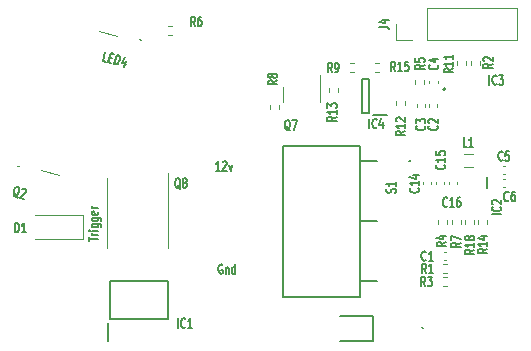
<source format=gbr>
%TF.GenerationSoftware,KiCad,Pcbnew,7.0.2*%
%TF.CreationDate,2023-08-30T02:12:12+03:00*%
%TF.ProjectId,PCBTRIGGERASSEMBLY,50434254-5249-4474-9745-52415353454d,rev?*%
%TF.SameCoordinates,Original*%
%TF.FileFunction,Legend,Top*%
%TF.FilePolarity,Positive*%
%FSLAX46Y46*%
G04 Gerber Fmt 4.6, Leading zero omitted, Abs format (unit mm)*
G04 Created by KiCad (PCBNEW 7.0.2) date 2023-08-30 02:12:12*
%MOMM*%
%LPD*%
G01*
G04 APERTURE LIST*
%ADD10C,0.150000*%
%ADD11C,0.100000*%
%ADD12C,0.120000*%
%ADD13C,0.200000*%
G04 APERTURE END LIST*
D10*
%TO.C,U2*%
X111157142Y-99920095D02*
X110814285Y-99920095D01*
X110985714Y-99920095D02*
X110985714Y-99120095D01*
X110985714Y-99120095D02*
X110928571Y-99234380D01*
X110928571Y-99234380D02*
X110871428Y-99310571D01*
X110871428Y-99310571D02*
X110814285Y-99348666D01*
X111385714Y-99196285D02*
X111414286Y-99158190D01*
X111414286Y-99158190D02*
X111471429Y-99120095D01*
X111471429Y-99120095D02*
X111614286Y-99120095D01*
X111614286Y-99120095D02*
X111671429Y-99158190D01*
X111671429Y-99158190D02*
X111700000Y-99196285D01*
X111700000Y-99196285D02*
X111728571Y-99272476D01*
X111728571Y-99272476D02*
X111728571Y-99348666D01*
X111728571Y-99348666D02*
X111700000Y-99462952D01*
X111700000Y-99462952D02*
X111357143Y-99920095D01*
X111357143Y-99920095D02*
X111728571Y-99920095D01*
X111928572Y-99386761D02*
X112071429Y-99920095D01*
X112071429Y-99920095D02*
X112214286Y-99386761D01*
%TO.C,U4*%
X111364285Y-107858190D02*
X111307143Y-107820095D01*
X111307143Y-107820095D02*
X111221428Y-107820095D01*
X111221428Y-107820095D02*
X111135714Y-107858190D01*
X111135714Y-107858190D02*
X111078571Y-107934380D01*
X111078571Y-107934380D02*
X111050000Y-108010571D01*
X111050000Y-108010571D02*
X111021428Y-108162952D01*
X111021428Y-108162952D02*
X111021428Y-108277238D01*
X111021428Y-108277238D02*
X111050000Y-108429619D01*
X111050000Y-108429619D02*
X111078571Y-108505809D01*
X111078571Y-108505809D02*
X111135714Y-108582000D01*
X111135714Y-108582000D02*
X111221428Y-108620095D01*
X111221428Y-108620095D02*
X111278571Y-108620095D01*
X111278571Y-108620095D02*
X111364285Y-108582000D01*
X111364285Y-108582000D02*
X111392857Y-108543904D01*
X111392857Y-108543904D02*
X111392857Y-108277238D01*
X111392857Y-108277238D02*
X111278571Y-108277238D01*
X111650000Y-108086761D02*
X111650000Y-108620095D01*
X111650000Y-108162952D02*
X111678571Y-108124857D01*
X111678571Y-108124857D02*
X111735714Y-108086761D01*
X111735714Y-108086761D02*
X111821428Y-108086761D01*
X111821428Y-108086761D02*
X111878571Y-108124857D01*
X111878571Y-108124857D02*
X111907143Y-108201047D01*
X111907143Y-108201047D02*
X111907143Y-108620095D01*
X112450000Y-108620095D02*
X112450000Y-107820095D01*
X112450000Y-108582000D02*
X112392857Y-108620095D01*
X112392857Y-108620095D02*
X112278571Y-108620095D01*
X112278571Y-108620095D02*
X112221428Y-108582000D01*
X112221428Y-108582000D02*
X112192857Y-108543904D01*
X112192857Y-108543904D02*
X112164285Y-108467714D01*
X112164285Y-108467714D02*
X112164285Y-108239142D01*
X112164285Y-108239142D02*
X112192857Y-108162952D01*
X112192857Y-108162952D02*
X112221428Y-108124857D01*
X112221428Y-108124857D02*
X112278571Y-108086761D01*
X112278571Y-108086761D02*
X112392857Y-108086761D01*
X112392857Y-108086761D02*
X112450000Y-108124857D01*
%TO.C,C2*%
X129543904Y-96099999D02*
X129582000Y-96128571D01*
X129582000Y-96128571D02*
X129620095Y-96214285D01*
X129620095Y-96214285D02*
X129620095Y-96271428D01*
X129620095Y-96271428D02*
X129582000Y-96357142D01*
X129582000Y-96357142D02*
X129505809Y-96414285D01*
X129505809Y-96414285D02*
X129429619Y-96442856D01*
X129429619Y-96442856D02*
X129277238Y-96471428D01*
X129277238Y-96471428D02*
X129162952Y-96471428D01*
X129162952Y-96471428D02*
X129010571Y-96442856D01*
X129010571Y-96442856D02*
X128934380Y-96414285D01*
X128934380Y-96414285D02*
X128858190Y-96357142D01*
X128858190Y-96357142D02*
X128820095Y-96271428D01*
X128820095Y-96271428D02*
X128820095Y-96214285D01*
X128820095Y-96214285D02*
X128858190Y-96128571D01*
X128858190Y-96128571D02*
X128896285Y-96099999D01*
X128896285Y-95871428D02*
X128858190Y-95842856D01*
X128858190Y-95842856D02*
X128820095Y-95785714D01*
X128820095Y-95785714D02*
X128820095Y-95642856D01*
X128820095Y-95642856D02*
X128858190Y-95585714D01*
X128858190Y-95585714D02*
X128896285Y-95557142D01*
X128896285Y-95557142D02*
X128972476Y-95528571D01*
X128972476Y-95528571D02*
X129048666Y-95528571D01*
X129048666Y-95528571D02*
X129162952Y-95557142D01*
X129162952Y-95557142D02*
X129620095Y-95899999D01*
X129620095Y-95899999D02*
X129620095Y-95528571D01*
%TO.C,R15*%
X126014285Y-91470095D02*
X125814285Y-91089142D01*
X125671428Y-91470095D02*
X125671428Y-90670095D01*
X125671428Y-90670095D02*
X125899999Y-90670095D01*
X125899999Y-90670095D02*
X125957142Y-90708190D01*
X125957142Y-90708190D02*
X125985713Y-90746285D01*
X125985713Y-90746285D02*
X126014285Y-90822476D01*
X126014285Y-90822476D02*
X126014285Y-90936761D01*
X126014285Y-90936761D02*
X125985713Y-91012952D01*
X125985713Y-91012952D02*
X125957142Y-91051047D01*
X125957142Y-91051047D02*
X125899999Y-91089142D01*
X125899999Y-91089142D02*
X125671428Y-91089142D01*
X126585713Y-91470095D02*
X126242856Y-91470095D01*
X126414285Y-91470095D02*
X126414285Y-90670095D01*
X126414285Y-90670095D02*
X126357142Y-90784380D01*
X126357142Y-90784380D02*
X126299999Y-90860571D01*
X126299999Y-90860571D02*
X126242856Y-90898666D01*
X127128571Y-90670095D02*
X126842857Y-90670095D01*
X126842857Y-90670095D02*
X126814285Y-91051047D01*
X126814285Y-91051047D02*
X126842857Y-91012952D01*
X126842857Y-91012952D02*
X126900000Y-90974857D01*
X126900000Y-90974857D02*
X127042857Y-90974857D01*
X127042857Y-90974857D02*
X127100000Y-91012952D01*
X127100000Y-91012952D02*
X127128571Y-91051047D01*
X127128571Y-91051047D02*
X127157142Y-91127238D01*
X127157142Y-91127238D02*
X127157142Y-91317714D01*
X127157142Y-91317714D02*
X127128571Y-91393904D01*
X127128571Y-91393904D02*
X127100000Y-91432000D01*
X127100000Y-91432000D02*
X127042857Y-91470095D01*
X127042857Y-91470095D02*
X126900000Y-91470095D01*
X126900000Y-91470095D02*
X126842857Y-91432000D01*
X126842857Y-91432000D02*
X126814285Y-91393904D01*
%TO.C,R12*%
X126870095Y-96535714D02*
X126489142Y-96735714D01*
X126870095Y-96878571D02*
X126070095Y-96878571D01*
X126070095Y-96878571D02*
X126070095Y-96650000D01*
X126070095Y-96650000D02*
X126108190Y-96592857D01*
X126108190Y-96592857D02*
X126146285Y-96564286D01*
X126146285Y-96564286D02*
X126222476Y-96535714D01*
X126222476Y-96535714D02*
X126336761Y-96535714D01*
X126336761Y-96535714D02*
X126412952Y-96564286D01*
X126412952Y-96564286D02*
X126451047Y-96592857D01*
X126451047Y-96592857D02*
X126489142Y-96650000D01*
X126489142Y-96650000D02*
X126489142Y-96878571D01*
X126870095Y-95964286D02*
X126870095Y-96307143D01*
X126870095Y-96135714D02*
X126070095Y-96135714D01*
X126070095Y-96135714D02*
X126184380Y-96192857D01*
X126184380Y-96192857D02*
X126260571Y-96250000D01*
X126260571Y-96250000D02*
X126298666Y-96307143D01*
X126146285Y-95735714D02*
X126108190Y-95707142D01*
X126108190Y-95707142D02*
X126070095Y-95650000D01*
X126070095Y-95650000D02*
X126070095Y-95507142D01*
X126070095Y-95507142D02*
X126108190Y-95450000D01*
X126108190Y-95450000D02*
X126146285Y-95421428D01*
X126146285Y-95421428D02*
X126222476Y-95392857D01*
X126222476Y-95392857D02*
X126298666Y-95392857D01*
X126298666Y-95392857D02*
X126412952Y-95421428D01*
X126412952Y-95421428D02*
X126870095Y-95764285D01*
X126870095Y-95764285D02*
X126870095Y-95392857D01*
%TO.C,Q8*%
X107807857Y-101441285D02*
X107750714Y-101403190D01*
X107750714Y-101403190D02*
X107693571Y-101327000D01*
X107693571Y-101327000D02*
X107607857Y-101212714D01*
X107607857Y-101212714D02*
X107550714Y-101174619D01*
X107550714Y-101174619D02*
X107493571Y-101174619D01*
X107522142Y-101365095D02*
X107465000Y-101327000D01*
X107465000Y-101327000D02*
X107407857Y-101250809D01*
X107407857Y-101250809D02*
X107379285Y-101098428D01*
X107379285Y-101098428D02*
X107379285Y-100831761D01*
X107379285Y-100831761D02*
X107407857Y-100679380D01*
X107407857Y-100679380D02*
X107465000Y-100603190D01*
X107465000Y-100603190D02*
X107522142Y-100565095D01*
X107522142Y-100565095D02*
X107636428Y-100565095D01*
X107636428Y-100565095D02*
X107693571Y-100603190D01*
X107693571Y-100603190D02*
X107750714Y-100679380D01*
X107750714Y-100679380D02*
X107779285Y-100831761D01*
X107779285Y-100831761D02*
X107779285Y-101098428D01*
X107779285Y-101098428D02*
X107750714Y-101250809D01*
X107750714Y-101250809D02*
X107693571Y-101327000D01*
X107693571Y-101327000D02*
X107636428Y-101365095D01*
X107636428Y-101365095D02*
X107522142Y-101365095D01*
X108122142Y-100907952D02*
X108064999Y-100869857D01*
X108064999Y-100869857D02*
X108036428Y-100831761D01*
X108036428Y-100831761D02*
X108007856Y-100755571D01*
X108007856Y-100755571D02*
X108007856Y-100717476D01*
X108007856Y-100717476D02*
X108036428Y-100641285D01*
X108036428Y-100641285D02*
X108064999Y-100603190D01*
X108064999Y-100603190D02*
X108122142Y-100565095D01*
X108122142Y-100565095D02*
X108236428Y-100565095D01*
X108236428Y-100565095D02*
X108293571Y-100603190D01*
X108293571Y-100603190D02*
X108322142Y-100641285D01*
X108322142Y-100641285D02*
X108350713Y-100717476D01*
X108350713Y-100717476D02*
X108350713Y-100755571D01*
X108350713Y-100755571D02*
X108322142Y-100831761D01*
X108322142Y-100831761D02*
X108293571Y-100869857D01*
X108293571Y-100869857D02*
X108236428Y-100907952D01*
X108236428Y-100907952D02*
X108122142Y-100907952D01*
X108122142Y-100907952D02*
X108064999Y-100946047D01*
X108064999Y-100946047D02*
X108036428Y-100984142D01*
X108036428Y-100984142D02*
X108007856Y-101060333D01*
X108007856Y-101060333D02*
X108007856Y-101212714D01*
X108007856Y-101212714D02*
X108036428Y-101288904D01*
X108036428Y-101288904D02*
X108064999Y-101327000D01*
X108064999Y-101327000D02*
X108122142Y-101365095D01*
X108122142Y-101365095D02*
X108236428Y-101365095D01*
X108236428Y-101365095D02*
X108293571Y-101327000D01*
X108293571Y-101327000D02*
X108322142Y-101288904D01*
X108322142Y-101288904D02*
X108350713Y-101212714D01*
X108350713Y-101212714D02*
X108350713Y-101060333D01*
X108350713Y-101060333D02*
X108322142Y-100984142D01*
X108322142Y-100984142D02*
X108293571Y-100946047D01*
X108293571Y-100946047D02*
X108236428Y-100907952D01*
%TO.C,D1*%
X93807143Y-105120095D02*
X93807143Y-104320095D01*
X93807143Y-104320095D02*
X93950000Y-104320095D01*
X93950000Y-104320095D02*
X94035714Y-104358190D01*
X94035714Y-104358190D02*
X94092857Y-104434380D01*
X94092857Y-104434380D02*
X94121428Y-104510571D01*
X94121428Y-104510571D02*
X94150000Y-104662952D01*
X94150000Y-104662952D02*
X94150000Y-104777238D01*
X94150000Y-104777238D02*
X94121428Y-104929619D01*
X94121428Y-104929619D02*
X94092857Y-105005809D01*
X94092857Y-105005809D02*
X94035714Y-105082000D01*
X94035714Y-105082000D02*
X93950000Y-105120095D01*
X93950000Y-105120095D02*
X93807143Y-105120095D01*
X94721428Y-105120095D02*
X94378571Y-105120095D01*
X94550000Y-105120095D02*
X94550000Y-104320095D01*
X94550000Y-104320095D02*
X94492857Y-104434380D01*
X94492857Y-104434380D02*
X94435714Y-104510571D01*
X94435714Y-104510571D02*
X94378571Y-104548666D01*
%TO.C,C1*%
X128600000Y-107443904D02*
X128571428Y-107482000D01*
X128571428Y-107482000D02*
X128485714Y-107520095D01*
X128485714Y-107520095D02*
X128428571Y-107520095D01*
X128428571Y-107520095D02*
X128342857Y-107482000D01*
X128342857Y-107482000D02*
X128285714Y-107405809D01*
X128285714Y-107405809D02*
X128257143Y-107329619D01*
X128257143Y-107329619D02*
X128228571Y-107177238D01*
X128228571Y-107177238D02*
X128228571Y-107062952D01*
X128228571Y-107062952D02*
X128257143Y-106910571D01*
X128257143Y-106910571D02*
X128285714Y-106834380D01*
X128285714Y-106834380D02*
X128342857Y-106758190D01*
X128342857Y-106758190D02*
X128428571Y-106720095D01*
X128428571Y-106720095D02*
X128485714Y-106720095D01*
X128485714Y-106720095D02*
X128571428Y-106758190D01*
X128571428Y-106758190D02*
X128600000Y-106796285D01*
X129171428Y-107520095D02*
X128828571Y-107520095D01*
X129000000Y-107520095D02*
X129000000Y-106720095D01*
X129000000Y-106720095D02*
X128942857Y-106834380D01*
X128942857Y-106834380D02*
X128885714Y-106910571D01*
X128885714Y-106910571D02*
X128828571Y-106948666D01*
%TO.C,R7*%
X131570095Y-105999999D02*
X131189142Y-106199999D01*
X131570095Y-106342856D02*
X130770095Y-106342856D01*
X130770095Y-106342856D02*
X130770095Y-106114285D01*
X130770095Y-106114285D02*
X130808190Y-106057142D01*
X130808190Y-106057142D02*
X130846285Y-106028571D01*
X130846285Y-106028571D02*
X130922476Y-105999999D01*
X130922476Y-105999999D02*
X131036761Y-105999999D01*
X131036761Y-105999999D02*
X131112952Y-106028571D01*
X131112952Y-106028571D02*
X131151047Y-106057142D01*
X131151047Y-106057142D02*
X131189142Y-106114285D01*
X131189142Y-106114285D02*
X131189142Y-106342856D01*
X130770095Y-105799999D02*
X130770095Y-105399999D01*
X130770095Y-105399999D02*
X131570095Y-105657142D01*
%TO.C,Q2*%
X94029296Y-102216289D02*
X93983961Y-102164702D01*
X93983961Y-102164702D02*
X93948484Y-102076318D01*
X93948484Y-102076318D02*
X93895270Y-101943742D01*
X93895270Y-101943742D02*
X93849934Y-101892155D01*
X93849934Y-101892155D02*
X93794738Y-101877365D01*
X93773037Y-102068746D02*
X93727701Y-102017159D01*
X93727701Y-102017159D02*
X93692225Y-101928775D01*
X93692225Y-101928775D02*
X93704066Y-101774192D01*
X93704066Y-101774192D02*
X93773085Y-101516612D01*
X93773085Y-101516612D02*
X93840122Y-101376818D01*
X93840122Y-101376818D02*
X93915037Y-101318013D01*
X93915037Y-101318013D02*
X93980092Y-101296005D01*
X93980092Y-101296005D02*
X94090484Y-101325585D01*
X94090484Y-101325585D02*
X94135820Y-101377172D01*
X94135820Y-101377172D02*
X94171296Y-101465556D01*
X94171296Y-101465556D02*
X94159455Y-101620139D01*
X94159455Y-101620139D02*
X94090437Y-101877719D01*
X94090437Y-101877719D02*
X94023400Y-102017513D01*
X94023400Y-102017513D02*
X93948484Y-102076318D01*
X93948484Y-102076318D02*
X93883429Y-102098325D01*
X93883429Y-102098325D02*
X93773037Y-102068746D01*
X94429536Y-101495312D02*
X94466994Y-101465909D01*
X94466994Y-101465909D02*
X94532050Y-101443902D01*
X94532050Y-101443902D02*
X94670039Y-101480876D01*
X94670039Y-101480876D02*
X94715375Y-101532463D01*
X94715375Y-101532463D02*
X94733113Y-101576655D01*
X94733113Y-101576655D02*
X94740992Y-101657644D01*
X94740992Y-101657644D02*
X94721272Y-101731238D01*
X94721272Y-101731238D02*
X94664095Y-101834235D01*
X94664095Y-101834235D02*
X94214603Y-102187063D01*
X94214603Y-102187063D02*
X94573375Y-102283196D01*
%TO.C,IC1*%
X107614286Y-113220095D02*
X107614286Y-112420095D01*
X108242857Y-113143904D02*
X108214285Y-113182000D01*
X108214285Y-113182000D02*
X108128571Y-113220095D01*
X108128571Y-113220095D02*
X108071428Y-113220095D01*
X108071428Y-113220095D02*
X107985714Y-113182000D01*
X107985714Y-113182000D02*
X107928571Y-113105809D01*
X107928571Y-113105809D02*
X107900000Y-113029619D01*
X107900000Y-113029619D02*
X107871428Y-112877238D01*
X107871428Y-112877238D02*
X107871428Y-112762952D01*
X107871428Y-112762952D02*
X107900000Y-112610571D01*
X107900000Y-112610571D02*
X107928571Y-112534380D01*
X107928571Y-112534380D02*
X107985714Y-112458190D01*
X107985714Y-112458190D02*
X108071428Y-112420095D01*
X108071428Y-112420095D02*
X108128571Y-112420095D01*
X108128571Y-112420095D02*
X108214285Y-112458190D01*
X108214285Y-112458190D02*
X108242857Y-112496285D01*
X108814285Y-113220095D02*
X108471428Y-113220095D01*
X108642857Y-113220095D02*
X108642857Y-112420095D01*
X108642857Y-112420095D02*
X108585714Y-112534380D01*
X108585714Y-112534380D02*
X108528571Y-112610571D01*
X108528571Y-112610571D02*
X108471428Y-112648666D01*
%TO.C,R3*%
X128550000Y-109670095D02*
X128350000Y-109289142D01*
X128207143Y-109670095D02*
X128207143Y-108870095D01*
X128207143Y-108870095D02*
X128435714Y-108870095D01*
X128435714Y-108870095D02*
X128492857Y-108908190D01*
X128492857Y-108908190D02*
X128521428Y-108946285D01*
X128521428Y-108946285D02*
X128550000Y-109022476D01*
X128550000Y-109022476D02*
X128550000Y-109136761D01*
X128550000Y-109136761D02*
X128521428Y-109212952D01*
X128521428Y-109212952D02*
X128492857Y-109251047D01*
X128492857Y-109251047D02*
X128435714Y-109289142D01*
X128435714Y-109289142D02*
X128207143Y-109289142D01*
X128750000Y-108870095D02*
X129121428Y-108870095D01*
X129121428Y-108870095D02*
X128921428Y-109174857D01*
X128921428Y-109174857D02*
X129007143Y-109174857D01*
X129007143Y-109174857D02*
X129064286Y-109212952D01*
X129064286Y-109212952D02*
X129092857Y-109251047D01*
X129092857Y-109251047D02*
X129121428Y-109327238D01*
X129121428Y-109327238D02*
X129121428Y-109517714D01*
X129121428Y-109517714D02*
X129092857Y-109593904D01*
X129092857Y-109593904D02*
X129064286Y-109632000D01*
X129064286Y-109632000D02*
X129007143Y-109670095D01*
X129007143Y-109670095D02*
X128835714Y-109670095D01*
X128835714Y-109670095D02*
X128778571Y-109632000D01*
X128778571Y-109632000D02*
X128750000Y-109593904D01*
%TO.C,Q7*%
X117092857Y-96496285D02*
X117035714Y-96458190D01*
X117035714Y-96458190D02*
X116978571Y-96382000D01*
X116978571Y-96382000D02*
X116892857Y-96267714D01*
X116892857Y-96267714D02*
X116835714Y-96229619D01*
X116835714Y-96229619D02*
X116778571Y-96229619D01*
X116807142Y-96420095D02*
X116750000Y-96382000D01*
X116750000Y-96382000D02*
X116692857Y-96305809D01*
X116692857Y-96305809D02*
X116664285Y-96153428D01*
X116664285Y-96153428D02*
X116664285Y-95886761D01*
X116664285Y-95886761D02*
X116692857Y-95734380D01*
X116692857Y-95734380D02*
X116750000Y-95658190D01*
X116750000Y-95658190D02*
X116807142Y-95620095D01*
X116807142Y-95620095D02*
X116921428Y-95620095D01*
X116921428Y-95620095D02*
X116978571Y-95658190D01*
X116978571Y-95658190D02*
X117035714Y-95734380D01*
X117035714Y-95734380D02*
X117064285Y-95886761D01*
X117064285Y-95886761D02*
X117064285Y-96153428D01*
X117064285Y-96153428D02*
X117035714Y-96305809D01*
X117035714Y-96305809D02*
X116978571Y-96382000D01*
X116978571Y-96382000D02*
X116921428Y-96420095D01*
X116921428Y-96420095D02*
X116807142Y-96420095D01*
X117264285Y-95620095D02*
X117664285Y-95620095D01*
X117664285Y-95620095D02*
X117407142Y-96420095D01*
%TO.C,R1*%
X128610000Y-108570095D02*
X128410000Y-108189142D01*
X128267143Y-108570095D02*
X128267143Y-107770095D01*
X128267143Y-107770095D02*
X128495714Y-107770095D01*
X128495714Y-107770095D02*
X128552857Y-107808190D01*
X128552857Y-107808190D02*
X128581428Y-107846285D01*
X128581428Y-107846285D02*
X128610000Y-107922476D01*
X128610000Y-107922476D02*
X128610000Y-108036761D01*
X128610000Y-108036761D02*
X128581428Y-108112952D01*
X128581428Y-108112952D02*
X128552857Y-108151047D01*
X128552857Y-108151047D02*
X128495714Y-108189142D01*
X128495714Y-108189142D02*
X128267143Y-108189142D01*
X129181428Y-108570095D02*
X128838571Y-108570095D01*
X129010000Y-108570095D02*
X129010000Y-107770095D01*
X129010000Y-107770095D02*
X128952857Y-107884380D01*
X128952857Y-107884380D02*
X128895714Y-107960571D01*
X128895714Y-107960571D02*
X128838571Y-107998666D01*
%TO.C,J4*%
X124640095Y-87700000D02*
X125211523Y-87700000D01*
X125211523Y-87700000D02*
X125325809Y-87728571D01*
X125325809Y-87728571D02*
X125402000Y-87785714D01*
X125402000Y-87785714D02*
X125440095Y-87871428D01*
X125440095Y-87871428D02*
X125440095Y-87928571D01*
X124906761Y-87157143D02*
X125440095Y-87157143D01*
X124602000Y-87300000D02*
X125173428Y-87442857D01*
X125173428Y-87442857D02*
X125173428Y-87071428D01*
%TO.C,R8*%
X116020095Y-92249999D02*
X115639142Y-92449999D01*
X116020095Y-92592856D02*
X115220095Y-92592856D01*
X115220095Y-92592856D02*
X115220095Y-92364285D01*
X115220095Y-92364285D02*
X115258190Y-92307142D01*
X115258190Y-92307142D02*
X115296285Y-92278571D01*
X115296285Y-92278571D02*
X115372476Y-92249999D01*
X115372476Y-92249999D02*
X115486761Y-92249999D01*
X115486761Y-92249999D02*
X115562952Y-92278571D01*
X115562952Y-92278571D02*
X115601047Y-92307142D01*
X115601047Y-92307142D02*
X115639142Y-92364285D01*
X115639142Y-92364285D02*
X115639142Y-92592856D01*
X115562952Y-91907142D02*
X115524857Y-91964285D01*
X115524857Y-91964285D02*
X115486761Y-91992856D01*
X115486761Y-91992856D02*
X115410571Y-92021428D01*
X115410571Y-92021428D02*
X115372476Y-92021428D01*
X115372476Y-92021428D02*
X115296285Y-91992856D01*
X115296285Y-91992856D02*
X115258190Y-91964285D01*
X115258190Y-91964285D02*
X115220095Y-91907142D01*
X115220095Y-91907142D02*
X115220095Y-91792856D01*
X115220095Y-91792856D02*
X115258190Y-91735714D01*
X115258190Y-91735714D02*
X115296285Y-91707142D01*
X115296285Y-91707142D02*
X115372476Y-91678571D01*
X115372476Y-91678571D02*
X115410571Y-91678571D01*
X115410571Y-91678571D02*
X115486761Y-91707142D01*
X115486761Y-91707142D02*
X115524857Y-91735714D01*
X115524857Y-91735714D02*
X115562952Y-91792856D01*
X115562952Y-91792856D02*
X115562952Y-91907142D01*
X115562952Y-91907142D02*
X115601047Y-91964285D01*
X115601047Y-91964285D02*
X115639142Y-91992856D01*
X115639142Y-91992856D02*
X115715333Y-92021428D01*
X115715333Y-92021428D02*
X115867714Y-92021428D01*
X115867714Y-92021428D02*
X115943904Y-91992856D01*
X115943904Y-91992856D02*
X115982000Y-91964285D01*
X115982000Y-91964285D02*
X116020095Y-91907142D01*
X116020095Y-91907142D02*
X116020095Y-91792856D01*
X116020095Y-91792856D02*
X115982000Y-91735714D01*
X115982000Y-91735714D02*
X115943904Y-91707142D01*
X115943904Y-91707142D02*
X115867714Y-91678571D01*
X115867714Y-91678571D02*
X115715333Y-91678571D01*
X115715333Y-91678571D02*
X115639142Y-91707142D01*
X115639142Y-91707142D02*
X115601047Y-91735714D01*
X115601047Y-91735714D02*
X115562952Y-91792856D01*
%TO.C,C6*%
X135600000Y-102393904D02*
X135571428Y-102432000D01*
X135571428Y-102432000D02*
X135485714Y-102470095D01*
X135485714Y-102470095D02*
X135428571Y-102470095D01*
X135428571Y-102470095D02*
X135342857Y-102432000D01*
X135342857Y-102432000D02*
X135285714Y-102355809D01*
X135285714Y-102355809D02*
X135257143Y-102279619D01*
X135257143Y-102279619D02*
X135228571Y-102127238D01*
X135228571Y-102127238D02*
X135228571Y-102012952D01*
X135228571Y-102012952D02*
X135257143Y-101860571D01*
X135257143Y-101860571D02*
X135285714Y-101784380D01*
X135285714Y-101784380D02*
X135342857Y-101708190D01*
X135342857Y-101708190D02*
X135428571Y-101670095D01*
X135428571Y-101670095D02*
X135485714Y-101670095D01*
X135485714Y-101670095D02*
X135571428Y-101708190D01*
X135571428Y-101708190D02*
X135600000Y-101746285D01*
X136114286Y-101670095D02*
X136000000Y-101670095D01*
X136000000Y-101670095D02*
X135942857Y-101708190D01*
X135942857Y-101708190D02*
X135914286Y-101746285D01*
X135914286Y-101746285D02*
X135857143Y-101860571D01*
X135857143Y-101860571D02*
X135828571Y-102012952D01*
X135828571Y-102012952D02*
X135828571Y-102317714D01*
X135828571Y-102317714D02*
X135857143Y-102393904D01*
X135857143Y-102393904D02*
X135885714Y-102432000D01*
X135885714Y-102432000D02*
X135942857Y-102470095D01*
X135942857Y-102470095D02*
X136057143Y-102470095D01*
X136057143Y-102470095D02*
X136114286Y-102432000D01*
X136114286Y-102432000D02*
X136142857Y-102393904D01*
X136142857Y-102393904D02*
X136171428Y-102317714D01*
X136171428Y-102317714D02*
X136171428Y-102127238D01*
X136171428Y-102127238D02*
X136142857Y-102051047D01*
X136142857Y-102051047D02*
X136114286Y-102012952D01*
X136114286Y-102012952D02*
X136057143Y-101974857D01*
X136057143Y-101974857D02*
X135942857Y-101974857D01*
X135942857Y-101974857D02*
X135885714Y-102012952D01*
X135885714Y-102012952D02*
X135857143Y-102051047D01*
X135857143Y-102051047D02*
X135828571Y-102127238D01*
%TO.C,C14*%
X127943904Y-101385714D02*
X127982000Y-101414286D01*
X127982000Y-101414286D02*
X128020095Y-101500000D01*
X128020095Y-101500000D02*
X128020095Y-101557143D01*
X128020095Y-101557143D02*
X127982000Y-101642857D01*
X127982000Y-101642857D02*
X127905809Y-101700000D01*
X127905809Y-101700000D02*
X127829619Y-101728571D01*
X127829619Y-101728571D02*
X127677238Y-101757143D01*
X127677238Y-101757143D02*
X127562952Y-101757143D01*
X127562952Y-101757143D02*
X127410571Y-101728571D01*
X127410571Y-101728571D02*
X127334380Y-101700000D01*
X127334380Y-101700000D02*
X127258190Y-101642857D01*
X127258190Y-101642857D02*
X127220095Y-101557143D01*
X127220095Y-101557143D02*
X127220095Y-101500000D01*
X127220095Y-101500000D02*
X127258190Y-101414286D01*
X127258190Y-101414286D02*
X127296285Y-101385714D01*
X128020095Y-100814286D02*
X128020095Y-101157143D01*
X128020095Y-100985714D02*
X127220095Y-100985714D01*
X127220095Y-100985714D02*
X127334380Y-101042857D01*
X127334380Y-101042857D02*
X127410571Y-101100000D01*
X127410571Y-101100000D02*
X127448666Y-101157143D01*
X127486761Y-100300000D02*
X128020095Y-100300000D01*
X127182000Y-100442857D02*
X127753428Y-100585714D01*
X127753428Y-100585714D02*
X127753428Y-100214285D01*
%TO.C,C3*%
X128493904Y-96099999D02*
X128532000Y-96128571D01*
X128532000Y-96128571D02*
X128570095Y-96214285D01*
X128570095Y-96214285D02*
X128570095Y-96271428D01*
X128570095Y-96271428D02*
X128532000Y-96357142D01*
X128532000Y-96357142D02*
X128455809Y-96414285D01*
X128455809Y-96414285D02*
X128379619Y-96442856D01*
X128379619Y-96442856D02*
X128227238Y-96471428D01*
X128227238Y-96471428D02*
X128112952Y-96471428D01*
X128112952Y-96471428D02*
X127960571Y-96442856D01*
X127960571Y-96442856D02*
X127884380Y-96414285D01*
X127884380Y-96414285D02*
X127808190Y-96357142D01*
X127808190Y-96357142D02*
X127770095Y-96271428D01*
X127770095Y-96271428D02*
X127770095Y-96214285D01*
X127770095Y-96214285D02*
X127808190Y-96128571D01*
X127808190Y-96128571D02*
X127846285Y-96099999D01*
X127770095Y-95899999D02*
X127770095Y-95528571D01*
X127770095Y-95528571D02*
X128074857Y-95728571D01*
X128074857Y-95728571D02*
X128074857Y-95642856D01*
X128074857Y-95642856D02*
X128112952Y-95585714D01*
X128112952Y-95585714D02*
X128151047Y-95557142D01*
X128151047Y-95557142D02*
X128227238Y-95528571D01*
X128227238Y-95528571D02*
X128417714Y-95528571D01*
X128417714Y-95528571D02*
X128493904Y-95557142D01*
X128493904Y-95557142D02*
X128532000Y-95585714D01*
X128532000Y-95585714D02*
X128570095Y-95642856D01*
X128570095Y-95642856D02*
X128570095Y-95814285D01*
X128570095Y-95814285D02*
X128532000Y-95871428D01*
X128532000Y-95871428D02*
X128493904Y-95899999D01*
%TO.C,R5*%
X128520095Y-90939999D02*
X128139142Y-91139999D01*
X128520095Y-91282856D02*
X127720095Y-91282856D01*
X127720095Y-91282856D02*
X127720095Y-91054285D01*
X127720095Y-91054285D02*
X127758190Y-90997142D01*
X127758190Y-90997142D02*
X127796285Y-90968571D01*
X127796285Y-90968571D02*
X127872476Y-90939999D01*
X127872476Y-90939999D02*
X127986761Y-90939999D01*
X127986761Y-90939999D02*
X128062952Y-90968571D01*
X128062952Y-90968571D02*
X128101047Y-90997142D01*
X128101047Y-90997142D02*
X128139142Y-91054285D01*
X128139142Y-91054285D02*
X128139142Y-91282856D01*
X127720095Y-90397142D02*
X127720095Y-90682856D01*
X127720095Y-90682856D02*
X128101047Y-90711428D01*
X128101047Y-90711428D02*
X128062952Y-90682856D01*
X128062952Y-90682856D02*
X128024857Y-90625714D01*
X128024857Y-90625714D02*
X128024857Y-90482856D01*
X128024857Y-90482856D02*
X128062952Y-90425714D01*
X128062952Y-90425714D02*
X128101047Y-90397142D01*
X128101047Y-90397142D02*
X128177238Y-90368571D01*
X128177238Y-90368571D02*
X128367714Y-90368571D01*
X128367714Y-90368571D02*
X128443904Y-90397142D01*
X128443904Y-90397142D02*
X128482000Y-90425714D01*
X128482000Y-90425714D02*
X128520095Y-90482856D01*
X128520095Y-90482856D02*
X128520095Y-90625714D01*
X128520095Y-90625714D02*
X128482000Y-90682856D01*
X128482000Y-90682856D02*
X128443904Y-90711428D01*
%TO.C,R11*%
X130920095Y-91235714D02*
X130539142Y-91435714D01*
X130920095Y-91578571D02*
X130120095Y-91578571D01*
X130120095Y-91578571D02*
X130120095Y-91350000D01*
X130120095Y-91350000D02*
X130158190Y-91292857D01*
X130158190Y-91292857D02*
X130196285Y-91264286D01*
X130196285Y-91264286D02*
X130272476Y-91235714D01*
X130272476Y-91235714D02*
X130386761Y-91235714D01*
X130386761Y-91235714D02*
X130462952Y-91264286D01*
X130462952Y-91264286D02*
X130501047Y-91292857D01*
X130501047Y-91292857D02*
X130539142Y-91350000D01*
X130539142Y-91350000D02*
X130539142Y-91578571D01*
X130920095Y-90664286D02*
X130920095Y-91007143D01*
X130920095Y-90835714D02*
X130120095Y-90835714D01*
X130120095Y-90835714D02*
X130234380Y-90892857D01*
X130234380Y-90892857D02*
X130310571Y-90950000D01*
X130310571Y-90950000D02*
X130348666Y-91007143D01*
X130920095Y-90092857D02*
X130920095Y-90435714D01*
X130920095Y-90264285D02*
X130120095Y-90264285D01*
X130120095Y-90264285D02*
X130234380Y-90321428D01*
X130234380Y-90321428D02*
X130310571Y-90378571D01*
X130310571Y-90378571D02*
X130348666Y-90435714D01*
%TO.C,R14*%
X133820095Y-106535714D02*
X133439142Y-106735714D01*
X133820095Y-106878571D02*
X133020095Y-106878571D01*
X133020095Y-106878571D02*
X133020095Y-106650000D01*
X133020095Y-106650000D02*
X133058190Y-106592857D01*
X133058190Y-106592857D02*
X133096285Y-106564286D01*
X133096285Y-106564286D02*
X133172476Y-106535714D01*
X133172476Y-106535714D02*
X133286761Y-106535714D01*
X133286761Y-106535714D02*
X133362952Y-106564286D01*
X133362952Y-106564286D02*
X133401047Y-106592857D01*
X133401047Y-106592857D02*
X133439142Y-106650000D01*
X133439142Y-106650000D02*
X133439142Y-106878571D01*
X133820095Y-105964286D02*
X133820095Y-106307143D01*
X133820095Y-106135714D02*
X133020095Y-106135714D01*
X133020095Y-106135714D02*
X133134380Y-106192857D01*
X133134380Y-106192857D02*
X133210571Y-106250000D01*
X133210571Y-106250000D02*
X133248666Y-106307143D01*
X133286761Y-105450000D02*
X133820095Y-105450000D01*
X132982000Y-105592857D02*
X133553428Y-105735714D01*
X133553428Y-105735714D02*
X133553428Y-105364285D01*
%TO.C,R2*%
X134270095Y-90849999D02*
X133889142Y-91049999D01*
X134270095Y-91192856D02*
X133470095Y-91192856D01*
X133470095Y-91192856D02*
X133470095Y-90964285D01*
X133470095Y-90964285D02*
X133508190Y-90907142D01*
X133508190Y-90907142D02*
X133546285Y-90878571D01*
X133546285Y-90878571D02*
X133622476Y-90849999D01*
X133622476Y-90849999D02*
X133736761Y-90849999D01*
X133736761Y-90849999D02*
X133812952Y-90878571D01*
X133812952Y-90878571D02*
X133851047Y-90907142D01*
X133851047Y-90907142D02*
X133889142Y-90964285D01*
X133889142Y-90964285D02*
X133889142Y-91192856D01*
X133546285Y-90621428D02*
X133508190Y-90592856D01*
X133508190Y-90592856D02*
X133470095Y-90535714D01*
X133470095Y-90535714D02*
X133470095Y-90392856D01*
X133470095Y-90392856D02*
X133508190Y-90335714D01*
X133508190Y-90335714D02*
X133546285Y-90307142D01*
X133546285Y-90307142D02*
X133622476Y-90278571D01*
X133622476Y-90278571D02*
X133698666Y-90278571D01*
X133698666Y-90278571D02*
X133812952Y-90307142D01*
X133812952Y-90307142D02*
X134270095Y-90649999D01*
X134270095Y-90649999D02*
X134270095Y-90278571D01*
%TO.C,IC2*%
X134970095Y-103585713D02*
X134170095Y-103585713D01*
X134893904Y-102957142D02*
X134932000Y-102985714D01*
X134932000Y-102985714D02*
X134970095Y-103071428D01*
X134970095Y-103071428D02*
X134970095Y-103128571D01*
X134970095Y-103128571D02*
X134932000Y-103214285D01*
X134932000Y-103214285D02*
X134855809Y-103271428D01*
X134855809Y-103271428D02*
X134779619Y-103299999D01*
X134779619Y-103299999D02*
X134627238Y-103328571D01*
X134627238Y-103328571D02*
X134512952Y-103328571D01*
X134512952Y-103328571D02*
X134360571Y-103299999D01*
X134360571Y-103299999D02*
X134284380Y-103271428D01*
X134284380Y-103271428D02*
X134208190Y-103214285D01*
X134208190Y-103214285D02*
X134170095Y-103128571D01*
X134170095Y-103128571D02*
X134170095Y-103071428D01*
X134170095Y-103071428D02*
X134208190Y-102985714D01*
X134208190Y-102985714D02*
X134246285Y-102957142D01*
X134246285Y-102728571D02*
X134208190Y-102699999D01*
X134208190Y-102699999D02*
X134170095Y-102642857D01*
X134170095Y-102642857D02*
X134170095Y-102499999D01*
X134170095Y-102499999D02*
X134208190Y-102442857D01*
X134208190Y-102442857D02*
X134246285Y-102414285D01*
X134246285Y-102414285D02*
X134322476Y-102385714D01*
X134322476Y-102385714D02*
X134398666Y-102385714D01*
X134398666Y-102385714D02*
X134512952Y-102414285D01*
X134512952Y-102414285D02*
X134970095Y-102757142D01*
X134970095Y-102757142D02*
X134970095Y-102385714D01*
%TO.C,R18*%
X132720095Y-106585714D02*
X132339142Y-106785714D01*
X132720095Y-106928571D02*
X131920095Y-106928571D01*
X131920095Y-106928571D02*
X131920095Y-106700000D01*
X131920095Y-106700000D02*
X131958190Y-106642857D01*
X131958190Y-106642857D02*
X131996285Y-106614286D01*
X131996285Y-106614286D02*
X132072476Y-106585714D01*
X132072476Y-106585714D02*
X132186761Y-106585714D01*
X132186761Y-106585714D02*
X132262952Y-106614286D01*
X132262952Y-106614286D02*
X132301047Y-106642857D01*
X132301047Y-106642857D02*
X132339142Y-106700000D01*
X132339142Y-106700000D02*
X132339142Y-106928571D01*
X132720095Y-106014286D02*
X132720095Y-106357143D01*
X132720095Y-106185714D02*
X131920095Y-106185714D01*
X131920095Y-106185714D02*
X132034380Y-106242857D01*
X132034380Y-106242857D02*
X132110571Y-106300000D01*
X132110571Y-106300000D02*
X132148666Y-106357143D01*
X132262952Y-105671428D02*
X132224857Y-105728571D01*
X132224857Y-105728571D02*
X132186761Y-105757142D01*
X132186761Y-105757142D02*
X132110571Y-105785714D01*
X132110571Y-105785714D02*
X132072476Y-105785714D01*
X132072476Y-105785714D02*
X131996285Y-105757142D01*
X131996285Y-105757142D02*
X131958190Y-105728571D01*
X131958190Y-105728571D02*
X131920095Y-105671428D01*
X131920095Y-105671428D02*
X131920095Y-105557142D01*
X131920095Y-105557142D02*
X131958190Y-105500000D01*
X131958190Y-105500000D02*
X131996285Y-105471428D01*
X131996285Y-105471428D02*
X132072476Y-105442857D01*
X132072476Y-105442857D02*
X132110571Y-105442857D01*
X132110571Y-105442857D02*
X132186761Y-105471428D01*
X132186761Y-105471428D02*
X132224857Y-105500000D01*
X132224857Y-105500000D02*
X132262952Y-105557142D01*
X132262952Y-105557142D02*
X132262952Y-105671428D01*
X132262952Y-105671428D02*
X132301047Y-105728571D01*
X132301047Y-105728571D02*
X132339142Y-105757142D01*
X132339142Y-105757142D02*
X132415333Y-105785714D01*
X132415333Y-105785714D02*
X132567714Y-105785714D01*
X132567714Y-105785714D02*
X132643904Y-105757142D01*
X132643904Y-105757142D02*
X132682000Y-105728571D01*
X132682000Y-105728571D02*
X132720095Y-105671428D01*
X132720095Y-105671428D02*
X132720095Y-105557142D01*
X132720095Y-105557142D02*
X132682000Y-105500000D01*
X132682000Y-105500000D02*
X132643904Y-105471428D01*
X132643904Y-105471428D02*
X132567714Y-105442857D01*
X132567714Y-105442857D02*
X132415333Y-105442857D01*
X132415333Y-105442857D02*
X132339142Y-105471428D01*
X132339142Y-105471428D02*
X132301047Y-105500000D01*
X132301047Y-105500000D02*
X132262952Y-105557142D01*
%TO.C,C5*%
X135100000Y-98983904D02*
X135071428Y-99022000D01*
X135071428Y-99022000D02*
X134985714Y-99060095D01*
X134985714Y-99060095D02*
X134928571Y-99060095D01*
X134928571Y-99060095D02*
X134842857Y-99022000D01*
X134842857Y-99022000D02*
X134785714Y-98945809D01*
X134785714Y-98945809D02*
X134757143Y-98869619D01*
X134757143Y-98869619D02*
X134728571Y-98717238D01*
X134728571Y-98717238D02*
X134728571Y-98602952D01*
X134728571Y-98602952D02*
X134757143Y-98450571D01*
X134757143Y-98450571D02*
X134785714Y-98374380D01*
X134785714Y-98374380D02*
X134842857Y-98298190D01*
X134842857Y-98298190D02*
X134928571Y-98260095D01*
X134928571Y-98260095D02*
X134985714Y-98260095D01*
X134985714Y-98260095D02*
X135071428Y-98298190D01*
X135071428Y-98298190D02*
X135100000Y-98336285D01*
X135642857Y-98260095D02*
X135357143Y-98260095D01*
X135357143Y-98260095D02*
X135328571Y-98641047D01*
X135328571Y-98641047D02*
X135357143Y-98602952D01*
X135357143Y-98602952D02*
X135414286Y-98564857D01*
X135414286Y-98564857D02*
X135557143Y-98564857D01*
X135557143Y-98564857D02*
X135614286Y-98602952D01*
X135614286Y-98602952D02*
X135642857Y-98641047D01*
X135642857Y-98641047D02*
X135671428Y-98717238D01*
X135671428Y-98717238D02*
X135671428Y-98907714D01*
X135671428Y-98907714D02*
X135642857Y-98983904D01*
X135642857Y-98983904D02*
X135614286Y-99022000D01*
X135614286Y-99022000D02*
X135557143Y-99060095D01*
X135557143Y-99060095D02*
X135414286Y-99060095D01*
X135414286Y-99060095D02*
X135357143Y-99022000D01*
X135357143Y-99022000D02*
X135328571Y-98983904D01*
%TO.C,C4*%
X129593904Y-90939999D02*
X129632000Y-90968571D01*
X129632000Y-90968571D02*
X129670095Y-91054285D01*
X129670095Y-91054285D02*
X129670095Y-91111428D01*
X129670095Y-91111428D02*
X129632000Y-91197142D01*
X129632000Y-91197142D02*
X129555809Y-91254285D01*
X129555809Y-91254285D02*
X129479619Y-91282856D01*
X129479619Y-91282856D02*
X129327238Y-91311428D01*
X129327238Y-91311428D02*
X129212952Y-91311428D01*
X129212952Y-91311428D02*
X129060571Y-91282856D01*
X129060571Y-91282856D02*
X128984380Y-91254285D01*
X128984380Y-91254285D02*
X128908190Y-91197142D01*
X128908190Y-91197142D02*
X128870095Y-91111428D01*
X128870095Y-91111428D02*
X128870095Y-91054285D01*
X128870095Y-91054285D02*
X128908190Y-90968571D01*
X128908190Y-90968571D02*
X128946285Y-90939999D01*
X129136761Y-90425714D02*
X129670095Y-90425714D01*
X128832000Y-90568571D02*
X129403428Y-90711428D01*
X129403428Y-90711428D02*
X129403428Y-90339999D01*
%TO.C,C16*%
X130414285Y-102893904D02*
X130385713Y-102932000D01*
X130385713Y-102932000D02*
X130299999Y-102970095D01*
X130299999Y-102970095D02*
X130242856Y-102970095D01*
X130242856Y-102970095D02*
X130157142Y-102932000D01*
X130157142Y-102932000D02*
X130099999Y-102855809D01*
X130099999Y-102855809D02*
X130071428Y-102779619D01*
X130071428Y-102779619D02*
X130042856Y-102627238D01*
X130042856Y-102627238D02*
X130042856Y-102512952D01*
X130042856Y-102512952D02*
X130071428Y-102360571D01*
X130071428Y-102360571D02*
X130099999Y-102284380D01*
X130099999Y-102284380D02*
X130157142Y-102208190D01*
X130157142Y-102208190D02*
X130242856Y-102170095D01*
X130242856Y-102170095D02*
X130299999Y-102170095D01*
X130299999Y-102170095D02*
X130385713Y-102208190D01*
X130385713Y-102208190D02*
X130414285Y-102246285D01*
X130985713Y-102970095D02*
X130642856Y-102970095D01*
X130814285Y-102970095D02*
X130814285Y-102170095D01*
X130814285Y-102170095D02*
X130757142Y-102284380D01*
X130757142Y-102284380D02*
X130699999Y-102360571D01*
X130699999Y-102360571D02*
X130642856Y-102398666D01*
X131500000Y-102170095D02*
X131385714Y-102170095D01*
X131385714Y-102170095D02*
X131328571Y-102208190D01*
X131328571Y-102208190D02*
X131300000Y-102246285D01*
X131300000Y-102246285D02*
X131242857Y-102360571D01*
X131242857Y-102360571D02*
X131214285Y-102512952D01*
X131214285Y-102512952D02*
X131214285Y-102817714D01*
X131214285Y-102817714D02*
X131242857Y-102893904D01*
X131242857Y-102893904D02*
X131271428Y-102932000D01*
X131271428Y-102932000D02*
X131328571Y-102970095D01*
X131328571Y-102970095D02*
X131442857Y-102970095D01*
X131442857Y-102970095D02*
X131500000Y-102932000D01*
X131500000Y-102932000D02*
X131528571Y-102893904D01*
X131528571Y-102893904D02*
X131557142Y-102817714D01*
X131557142Y-102817714D02*
X131557142Y-102627238D01*
X131557142Y-102627238D02*
X131528571Y-102551047D01*
X131528571Y-102551047D02*
X131500000Y-102512952D01*
X131500000Y-102512952D02*
X131442857Y-102474857D01*
X131442857Y-102474857D02*
X131328571Y-102474857D01*
X131328571Y-102474857D02*
X131271428Y-102512952D01*
X131271428Y-102512952D02*
X131242857Y-102551047D01*
X131242857Y-102551047D02*
X131214285Y-102627238D01*
%TO.C,L1*%
X132100000Y-97870095D02*
X131814286Y-97870095D01*
X131814286Y-97870095D02*
X131814286Y-97070095D01*
X132614285Y-97870095D02*
X132271428Y-97870095D01*
X132442857Y-97870095D02*
X132442857Y-97070095D01*
X132442857Y-97070095D02*
X132385714Y-97184380D01*
X132385714Y-97184380D02*
X132328571Y-97260571D01*
X132328571Y-97260571D02*
X132271428Y-97298666D01*
%TO.C,R13*%
X121070095Y-95335714D02*
X120689142Y-95535714D01*
X121070095Y-95678571D02*
X120270095Y-95678571D01*
X120270095Y-95678571D02*
X120270095Y-95450000D01*
X120270095Y-95450000D02*
X120308190Y-95392857D01*
X120308190Y-95392857D02*
X120346285Y-95364286D01*
X120346285Y-95364286D02*
X120422476Y-95335714D01*
X120422476Y-95335714D02*
X120536761Y-95335714D01*
X120536761Y-95335714D02*
X120612952Y-95364286D01*
X120612952Y-95364286D02*
X120651047Y-95392857D01*
X120651047Y-95392857D02*
X120689142Y-95450000D01*
X120689142Y-95450000D02*
X120689142Y-95678571D01*
X121070095Y-94764286D02*
X121070095Y-95107143D01*
X121070095Y-94935714D02*
X120270095Y-94935714D01*
X120270095Y-94935714D02*
X120384380Y-94992857D01*
X120384380Y-94992857D02*
X120460571Y-95050000D01*
X120460571Y-95050000D02*
X120498666Y-95107143D01*
X120270095Y-94564285D02*
X120270095Y-94192857D01*
X120270095Y-94192857D02*
X120574857Y-94392857D01*
X120574857Y-94392857D02*
X120574857Y-94307142D01*
X120574857Y-94307142D02*
X120612952Y-94250000D01*
X120612952Y-94250000D02*
X120651047Y-94221428D01*
X120651047Y-94221428D02*
X120727238Y-94192857D01*
X120727238Y-94192857D02*
X120917714Y-94192857D01*
X120917714Y-94192857D02*
X120993904Y-94221428D01*
X120993904Y-94221428D02*
X121032000Y-94250000D01*
X121032000Y-94250000D02*
X121070095Y-94307142D01*
X121070095Y-94307142D02*
X121070095Y-94478571D01*
X121070095Y-94478571D02*
X121032000Y-94535714D01*
X121032000Y-94535714D02*
X120993904Y-94564285D01*
%TO.C,U3*%
X100070095Y-105885714D02*
X100070095Y-105542857D01*
X100870095Y-105714285D02*
X100070095Y-105714285D01*
X100870095Y-105342856D02*
X100336761Y-105342856D01*
X100489142Y-105342856D02*
X100412952Y-105314285D01*
X100412952Y-105314285D02*
X100374857Y-105285714D01*
X100374857Y-105285714D02*
X100336761Y-105228571D01*
X100336761Y-105228571D02*
X100336761Y-105171428D01*
X100870095Y-104971427D02*
X100336761Y-104971427D01*
X100070095Y-104971427D02*
X100108190Y-104999999D01*
X100108190Y-104999999D02*
X100146285Y-104971427D01*
X100146285Y-104971427D02*
X100108190Y-104942856D01*
X100108190Y-104942856D02*
X100070095Y-104971427D01*
X100070095Y-104971427D02*
X100146285Y-104971427D01*
X100336761Y-104428571D02*
X100984380Y-104428571D01*
X100984380Y-104428571D02*
X101060571Y-104457142D01*
X101060571Y-104457142D02*
X101098666Y-104485713D01*
X101098666Y-104485713D02*
X101136761Y-104542856D01*
X101136761Y-104542856D02*
X101136761Y-104628571D01*
X101136761Y-104628571D02*
X101098666Y-104685713D01*
X100832000Y-104428571D02*
X100870095Y-104485713D01*
X100870095Y-104485713D02*
X100870095Y-104599999D01*
X100870095Y-104599999D02*
X100832000Y-104657142D01*
X100832000Y-104657142D02*
X100793904Y-104685713D01*
X100793904Y-104685713D02*
X100717714Y-104714285D01*
X100717714Y-104714285D02*
X100489142Y-104714285D01*
X100489142Y-104714285D02*
X100412952Y-104685713D01*
X100412952Y-104685713D02*
X100374857Y-104657142D01*
X100374857Y-104657142D02*
X100336761Y-104599999D01*
X100336761Y-104599999D02*
X100336761Y-104485713D01*
X100336761Y-104485713D02*
X100374857Y-104428571D01*
X100336761Y-103885714D02*
X100984380Y-103885714D01*
X100984380Y-103885714D02*
X101060571Y-103914285D01*
X101060571Y-103914285D02*
X101098666Y-103942856D01*
X101098666Y-103942856D02*
X101136761Y-103999999D01*
X101136761Y-103999999D02*
X101136761Y-104085714D01*
X101136761Y-104085714D02*
X101098666Y-104142856D01*
X100832000Y-103885714D02*
X100870095Y-103942856D01*
X100870095Y-103942856D02*
X100870095Y-104057142D01*
X100870095Y-104057142D02*
X100832000Y-104114285D01*
X100832000Y-104114285D02*
X100793904Y-104142856D01*
X100793904Y-104142856D02*
X100717714Y-104171428D01*
X100717714Y-104171428D02*
X100489142Y-104171428D01*
X100489142Y-104171428D02*
X100412952Y-104142856D01*
X100412952Y-104142856D02*
X100374857Y-104114285D01*
X100374857Y-104114285D02*
X100336761Y-104057142D01*
X100336761Y-104057142D02*
X100336761Y-103942856D01*
X100336761Y-103942856D02*
X100374857Y-103885714D01*
X100832000Y-103371428D02*
X100870095Y-103428571D01*
X100870095Y-103428571D02*
X100870095Y-103542857D01*
X100870095Y-103542857D02*
X100832000Y-103599999D01*
X100832000Y-103599999D02*
X100755809Y-103628571D01*
X100755809Y-103628571D02*
X100451047Y-103628571D01*
X100451047Y-103628571D02*
X100374857Y-103599999D01*
X100374857Y-103599999D02*
X100336761Y-103542857D01*
X100336761Y-103542857D02*
X100336761Y-103428571D01*
X100336761Y-103428571D02*
X100374857Y-103371428D01*
X100374857Y-103371428D02*
X100451047Y-103342857D01*
X100451047Y-103342857D02*
X100527238Y-103342857D01*
X100527238Y-103342857D02*
X100603428Y-103628571D01*
X100870095Y-103085713D02*
X100336761Y-103085713D01*
X100489142Y-103085713D02*
X100412952Y-103057142D01*
X100412952Y-103057142D02*
X100374857Y-103028571D01*
X100374857Y-103028571D02*
X100336761Y-102971428D01*
X100336761Y-102971428D02*
X100336761Y-102914285D01*
%TO.C,R4*%
X130320095Y-105949999D02*
X129939142Y-106149999D01*
X130320095Y-106292856D02*
X129520095Y-106292856D01*
X129520095Y-106292856D02*
X129520095Y-106064285D01*
X129520095Y-106064285D02*
X129558190Y-106007142D01*
X129558190Y-106007142D02*
X129596285Y-105978571D01*
X129596285Y-105978571D02*
X129672476Y-105949999D01*
X129672476Y-105949999D02*
X129786761Y-105949999D01*
X129786761Y-105949999D02*
X129862952Y-105978571D01*
X129862952Y-105978571D02*
X129901047Y-106007142D01*
X129901047Y-106007142D02*
X129939142Y-106064285D01*
X129939142Y-106064285D02*
X129939142Y-106292856D01*
X129786761Y-105435714D02*
X130320095Y-105435714D01*
X129482000Y-105578571D02*
X130053428Y-105721428D01*
X130053428Y-105721428D02*
X130053428Y-105349999D01*
%TO.C,R9*%
X120650000Y-91580095D02*
X120450000Y-91199142D01*
X120307143Y-91580095D02*
X120307143Y-90780095D01*
X120307143Y-90780095D02*
X120535714Y-90780095D01*
X120535714Y-90780095D02*
X120592857Y-90818190D01*
X120592857Y-90818190D02*
X120621428Y-90856285D01*
X120621428Y-90856285D02*
X120650000Y-90932476D01*
X120650000Y-90932476D02*
X120650000Y-91046761D01*
X120650000Y-91046761D02*
X120621428Y-91122952D01*
X120621428Y-91122952D02*
X120592857Y-91161047D01*
X120592857Y-91161047D02*
X120535714Y-91199142D01*
X120535714Y-91199142D02*
X120307143Y-91199142D01*
X120935714Y-91580095D02*
X121050000Y-91580095D01*
X121050000Y-91580095D02*
X121107143Y-91542000D01*
X121107143Y-91542000D02*
X121135714Y-91503904D01*
X121135714Y-91503904D02*
X121192857Y-91389619D01*
X121192857Y-91389619D02*
X121221428Y-91237238D01*
X121221428Y-91237238D02*
X121221428Y-90932476D01*
X121221428Y-90932476D02*
X121192857Y-90856285D01*
X121192857Y-90856285D02*
X121164286Y-90818190D01*
X121164286Y-90818190D02*
X121107143Y-90780095D01*
X121107143Y-90780095D02*
X120992857Y-90780095D01*
X120992857Y-90780095D02*
X120935714Y-90818190D01*
X120935714Y-90818190D02*
X120907143Y-90856285D01*
X120907143Y-90856285D02*
X120878571Y-90932476D01*
X120878571Y-90932476D02*
X120878571Y-91122952D01*
X120878571Y-91122952D02*
X120907143Y-91199142D01*
X120907143Y-91199142D02*
X120935714Y-91237238D01*
X120935714Y-91237238D02*
X120992857Y-91275333D01*
X120992857Y-91275333D02*
X121107143Y-91275333D01*
X121107143Y-91275333D02*
X121164286Y-91237238D01*
X121164286Y-91237238D02*
X121192857Y-91199142D01*
X121192857Y-91199142D02*
X121221428Y-91122952D01*
%TO.C,S1*%
X126032000Y-101757143D02*
X126070095Y-101671429D01*
X126070095Y-101671429D02*
X126070095Y-101528571D01*
X126070095Y-101528571D02*
X126032000Y-101471429D01*
X126032000Y-101471429D02*
X125993904Y-101442857D01*
X125993904Y-101442857D02*
X125917714Y-101414286D01*
X125917714Y-101414286D02*
X125841523Y-101414286D01*
X125841523Y-101414286D02*
X125765333Y-101442857D01*
X125765333Y-101442857D02*
X125727238Y-101471429D01*
X125727238Y-101471429D02*
X125689142Y-101528571D01*
X125689142Y-101528571D02*
X125651047Y-101642857D01*
X125651047Y-101642857D02*
X125612952Y-101700000D01*
X125612952Y-101700000D02*
X125574857Y-101728571D01*
X125574857Y-101728571D02*
X125498666Y-101757143D01*
X125498666Y-101757143D02*
X125422476Y-101757143D01*
X125422476Y-101757143D02*
X125346285Y-101728571D01*
X125346285Y-101728571D02*
X125308190Y-101700000D01*
X125308190Y-101700000D02*
X125270095Y-101642857D01*
X125270095Y-101642857D02*
X125270095Y-101500000D01*
X125270095Y-101500000D02*
X125308190Y-101414286D01*
X126070095Y-100842857D02*
X126070095Y-101185714D01*
X126070095Y-101014285D02*
X125270095Y-101014285D01*
X125270095Y-101014285D02*
X125384380Y-101071428D01*
X125384380Y-101071428D02*
X125460571Y-101128571D01*
X125460571Y-101128571D02*
X125498666Y-101185714D01*
%TO.C,IC3*%
X133964286Y-92620095D02*
X133964286Y-91820095D01*
X134592857Y-92543904D02*
X134564285Y-92582000D01*
X134564285Y-92582000D02*
X134478571Y-92620095D01*
X134478571Y-92620095D02*
X134421428Y-92620095D01*
X134421428Y-92620095D02*
X134335714Y-92582000D01*
X134335714Y-92582000D02*
X134278571Y-92505809D01*
X134278571Y-92505809D02*
X134250000Y-92429619D01*
X134250000Y-92429619D02*
X134221428Y-92277238D01*
X134221428Y-92277238D02*
X134221428Y-92162952D01*
X134221428Y-92162952D02*
X134250000Y-92010571D01*
X134250000Y-92010571D02*
X134278571Y-91934380D01*
X134278571Y-91934380D02*
X134335714Y-91858190D01*
X134335714Y-91858190D02*
X134421428Y-91820095D01*
X134421428Y-91820095D02*
X134478571Y-91820095D01*
X134478571Y-91820095D02*
X134564285Y-91858190D01*
X134564285Y-91858190D02*
X134592857Y-91896285D01*
X134792857Y-91820095D02*
X135164285Y-91820095D01*
X135164285Y-91820095D02*
X134964285Y-92124857D01*
X134964285Y-92124857D02*
X135050000Y-92124857D01*
X135050000Y-92124857D02*
X135107143Y-92162952D01*
X135107143Y-92162952D02*
X135135714Y-92201047D01*
X135135714Y-92201047D02*
X135164285Y-92277238D01*
X135164285Y-92277238D02*
X135164285Y-92467714D01*
X135164285Y-92467714D02*
X135135714Y-92543904D01*
X135135714Y-92543904D02*
X135107143Y-92582000D01*
X135107143Y-92582000D02*
X135050000Y-92620095D01*
X135050000Y-92620095D02*
X134878571Y-92620095D01*
X134878571Y-92620095D02*
X134821428Y-92582000D01*
X134821428Y-92582000D02*
X134792857Y-92543904D01*
%TO.C,LED4*%
X101505662Y-90683706D02*
X101229683Y-90609757D01*
X101229683Y-90609757D02*
X101436738Y-89837017D01*
X101807304Y-90330700D02*
X102000489Y-90382464D01*
X101974825Y-90809418D02*
X101698846Y-90735469D01*
X101698846Y-90735469D02*
X101905902Y-89962729D01*
X101905902Y-89962729D02*
X102181881Y-90036677D01*
X102223206Y-90875971D02*
X102430261Y-90103230D01*
X102430261Y-90103230D02*
X102568251Y-90140205D01*
X102568251Y-90140205D02*
X102641185Y-90199186D01*
X102641185Y-90199186D02*
X102676661Y-90287570D01*
X102676661Y-90287570D02*
X102684539Y-90368559D01*
X102684539Y-90368559D02*
X102672698Y-90523143D01*
X102672698Y-90523143D02*
X102643119Y-90633534D01*
X102643119Y-90633534D02*
X102576082Y-90773328D01*
X102576082Y-90773328D02*
X102528764Y-90839528D01*
X102528764Y-90839528D02*
X102453849Y-90898332D01*
X102453849Y-90898332D02*
X102361195Y-90912945D01*
X102361195Y-90912945D02*
X102223206Y-90875971D01*
X103189179Y-90582655D02*
X103051143Y-91097816D01*
X103130068Y-90251304D02*
X102844182Y-90766287D01*
X102844182Y-90766287D02*
X103202955Y-90862420D01*
%TO.C,R6*%
X109045747Y-87678219D02*
X108845747Y-87297266D01*
X108702890Y-87678219D02*
X108702890Y-86878219D01*
X108702890Y-86878219D02*
X108931461Y-86878219D01*
X108931461Y-86878219D02*
X108988604Y-86916314D01*
X108988604Y-86916314D02*
X109017175Y-86954409D01*
X109017175Y-86954409D02*
X109045747Y-87030600D01*
X109045747Y-87030600D02*
X109045747Y-87144885D01*
X109045747Y-87144885D02*
X109017175Y-87221076D01*
X109017175Y-87221076D02*
X108988604Y-87259171D01*
X108988604Y-87259171D02*
X108931461Y-87297266D01*
X108931461Y-87297266D02*
X108702890Y-87297266D01*
X109560033Y-86878219D02*
X109445747Y-86878219D01*
X109445747Y-86878219D02*
X109388604Y-86916314D01*
X109388604Y-86916314D02*
X109360033Y-86954409D01*
X109360033Y-86954409D02*
X109302890Y-87068695D01*
X109302890Y-87068695D02*
X109274318Y-87221076D01*
X109274318Y-87221076D02*
X109274318Y-87525838D01*
X109274318Y-87525838D02*
X109302890Y-87602028D01*
X109302890Y-87602028D02*
X109331461Y-87640124D01*
X109331461Y-87640124D02*
X109388604Y-87678219D01*
X109388604Y-87678219D02*
X109502890Y-87678219D01*
X109502890Y-87678219D02*
X109560033Y-87640124D01*
X109560033Y-87640124D02*
X109588604Y-87602028D01*
X109588604Y-87602028D02*
X109617175Y-87525838D01*
X109617175Y-87525838D02*
X109617175Y-87335362D01*
X109617175Y-87335362D02*
X109588604Y-87259171D01*
X109588604Y-87259171D02*
X109560033Y-87221076D01*
X109560033Y-87221076D02*
X109502890Y-87182981D01*
X109502890Y-87182981D02*
X109388604Y-87182981D01*
X109388604Y-87182981D02*
X109331461Y-87221076D01*
X109331461Y-87221076D02*
X109302890Y-87259171D01*
X109302890Y-87259171D02*
X109274318Y-87335362D01*
%TO.C,IC4*%
X123814286Y-96320095D02*
X123814286Y-95520095D01*
X124442857Y-96243904D02*
X124414285Y-96282000D01*
X124414285Y-96282000D02*
X124328571Y-96320095D01*
X124328571Y-96320095D02*
X124271428Y-96320095D01*
X124271428Y-96320095D02*
X124185714Y-96282000D01*
X124185714Y-96282000D02*
X124128571Y-96205809D01*
X124128571Y-96205809D02*
X124100000Y-96129619D01*
X124100000Y-96129619D02*
X124071428Y-95977238D01*
X124071428Y-95977238D02*
X124071428Y-95862952D01*
X124071428Y-95862952D02*
X124100000Y-95710571D01*
X124100000Y-95710571D02*
X124128571Y-95634380D01*
X124128571Y-95634380D02*
X124185714Y-95558190D01*
X124185714Y-95558190D02*
X124271428Y-95520095D01*
X124271428Y-95520095D02*
X124328571Y-95520095D01*
X124328571Y-95520095D02*
X124414285Y-95558190D01*
X124414285Y-95558190D02*
X124442857Y-95596285D01*
X124957143Y-95786761D02*
X124957143Y-96320095D01*
X124814285Y-95482000D02*
X124671428Y-96053428D01*
X124671428Y-96053428D02*
X125042857Y-96053428D01*
%TO.C,C15*%
X130143904Y-99385714D02*
X130182000Y-99414286D01*
X130182000Y-99414286D02*
X130220095Y-99500000D01*
X130220095Y-99500000D02*
X130220095Y-99557143D01*
X130220095Y-99557143D02*
X130182000Y-99642857D01*
X130182000Y-99642857D02*
X130105809Y-99700000D01*
X130105809Y-99700000D02*
X130029619Y-99728571D01*
X130029619Y-99728571D02*
X129877238Y-99757143D01*
X129877238Y-99757143D02*
X129762952Y-99757143D01*
X129762952Y-99757143D02*
X129610571Y-99728571D01*
X129610571Y-99728571D02*
X129534380Y-99700000D01*
X129534380Y-99700000D02*
X129458190Y-99642857D01*
X129458190Y-99642857D02*
X129420095Y-99557143D01*
X129420095Y-99557143D02*
X129420095Y-99500000D01*
X129420095Y-99500000D02*
X129458190Y-99414286D01*
X129458190Y-99414286D02*
X129496285Y-99385714D01*
X130220095Y-98814286D02*
X130220095Y-99157143D01*
X130220095Y-98985714D02*
X129420095Y-98985714D01*
X129420095Y-98985714D02*
X129534380Y-99042857D01*
X129534380Y-99042857D02*
X129610571Y-99100000D01*
X129610571Y-99100000D02*
X129648666Y-99157143D01*
X129420095Y-98271428D02*
X129420095Y-98557142D01*
X129420095Y-98557142D02*
X129801047Y-98585714D01*
X129801047Y-98585714D02*
X129762952Y-98557142D01*
X129762952Y-98557142D02*
X129724857Y-98500000D01*
X129724857Y-98500000D02*
X129724857Y-98357142D01*
X129724857Y-98357142D02*
X129762952Y-98300000D01*
X129762952Y-98300000D02*
X129801047Y-98271428D01*
X129801047Y-98271428D02*
X129877238Y-98242857D01*
X129877238Y-98242857D02*
X130067714Y-98242857D01*
X130067714Y-98242857D02*
X130143904Y-98271428D01*
X130143904Y-98271428D02*
X130182000Y-98300000D01*
X130182000Y-98300000D02*
X130220095Y-98357142D01*
X130220095Y-98357142D02*
X130220095Y-98500000D01*
X130220095Y-98500000D02*
X130182000Y-98557142D01*
X130182000Y-98557142D02*
X130143904Y-98585714D01*
D11*
%TO.C,Q4*%
X128350000Y-113200000D02*
X128350000Y-113200000D01*
X128250000Y-113200000D02*
X128250000Y-113200000D01*
X128250000Y-113200000D02*
G75*
G03*
X128350000Y-113200000I50000J0D01*
G01*
X128350000Y-113200000D02*
G75*
G03*
X128250000Y-113200000I-50000J0D01*
G01*
D12*
%TO.C,C2*%
X128840000Y-94507836D02*
X128840000Y-94292164D01*
X129560000Y-94507836D02*
X129560000Y-94292164D01*
%TO.C,R15*%
X124296359Y-90770000D02*
X124603641Y-90770000D01*
X124296359Y-91530000D02*
X124603641Y-91530000D01*
%TO.C,R12*%
X126070000Y-94303641D02*
X126070000Y-93996359D01*
X126830000Y-94303641D02*
X126830000Y-93996359D01*
%TO.C,Q8*%
X106770000Y-100100000D02*
X106770000Y-106445000D01*
X101630000Y-100555000D02*
X101630000Y-106445000D01*
%TO.C,D1*%
X99560000Y-105700000D02*
X99560000Y-103700000D01*
X99560000Y-105700000D02*
X95550000Y-105700000D01*
X99560000Y-103700000D02*
X95550000Y-103700000D01*
%TO.C,C1*%
X130102164Y-106790000D02*
X130317836Y-106790000D01*
X130102164Y-107510000D02*
X130317836Y-107510000D01*
%TO.C,R7*%
X130820000Y-104413641D02*
X130820000Y-104106359D01*
X131580000Y-104413641D02*
X131580000Y-104106359D01*
D11*
%TO.C,Q2*%
X94043053Y-99525529D02*
X94043053Y-99525529D01*
X94139646Y-99551411D02*
X94139646Y-99551411D01*
X96026669Y-99849982D02*
X97572150Y-100264092D01*
X94139646Y-99551411D02*
G75*
G03*
X94043054Y-99525529I-48296J12941D01*
G01*
X94043055Y-99525529D02*
G75*
G03*
X94139645Y-99551411I48295J-12941D01*
G01*
D13*
%TO.C,IC1*%
X101690000Y-114363000D02*
X101690000Y-112838000D01*
X101845000Y-112488000D02*
X101845000Y-109288000D01*
X106745000Y-112488000D02*
X101845000Y-112488000D01*
X101845000Y-109288000D02*
X106745000Y-109288000D01*
X106745000Y-109288000D02*
X106745000Y-112488000D01*
D12*
%TO.C,R3*%
X130056359Y-108870000D02*
X130363641Y-108870000D01*
X130056359Y-109630000D02*
X130363641Y-109630000D01*
%TO.C,Q7*%
X119660000Y-93467500D02*
X119660000Y-91792500D01*
X119660000Y-93467500D02*
X119660000Y-94117500D01*
X116540000Y-93467500D02*
X116540000Y-92817500D01*
X116540000Y-93467500D02*
X116540000Y-94117500D01*
%TO.C,R1*%
X130056359Y-107820000D02*
X130363641Y-107820000D01*
X130056359Y-108580000D02*
X130363641Y-108580000D01*
%TO.C,J4*%
X126070000Y-88830000D02*
X126070000Y-87500000D01*
X127400000Y-88830000D02*
X126070000Y-88830000D01*
X128670000Y-88830000D02*
X136350000Y-88830000D01*
X128670000Y-88830000D02*
X128670000Y-86170000D01*
X136350000Y-88830000D02*
X136350000Y-86170000D01*
X128670000Y-86170000D02*
X136350000Y-86170000D01*
%TO.C,R8*%
X116180000Y-94346359D02*
X116180000Y-94653641D01*
X115420000Y-94346359D02*
X115420000Y-94653641D01*
%TO.C,C6*%
X135092164Y-100605000D02*
X135307836Y-100605000D01*
X135092164Y-101325000D02*
X135307836Y-101325000D01*
%TO.C,C14*%
X129060000Y-100842164D02*
X129060000Y-101057836D01*
X128340000Y-100842164D02*
X128340000Y-101057836D01*
%TO.C,C3*%
X127840000Y-94507836D02*
X127840000Y-94292164D01*
X128560000Y-94507836D02*
X128560000Y-94292164D01*
%TO.C,R5*%
X127720000Y-92543641D02*
X127720000Y-92236359D01*
X128480000Y-92543641D02*
X128480000Y-92236359D01*
%TO.C,R11*%
X131980000Y-90646359D02*
X131980000Y-90953641D01*
X131220000Y-90646359D02*
X131220000Y-90953641D01*
%TO.C,R14*%
X133780000Y-104106359D02*
X133780000Y-104413641D01*
X133020000Y-104106359D02*
X133020000Y-104413641D01*
%TO.C,R2*%
X132420000Y-90953641D02*
X132420000Y-90646359D01*
X133180000Y-90953641D02*
X133180000Y-90646359D01*
D13*
%TO.C,IC2*%
X133800000Y-100425000D02*
X133800000Y-101375000D01*
%TO.C,LED2*%
X124100000Y-114350000D02*
X124100000Y-112250000D01*
X124100000Y-112250000D02*
X121300000Y-112250000D01*
X121300000Y-114350000D02*
X124100000Y-114350000D01*
D12*
%TO.C,R18*%
X131920000Y-104413641D02*
X131920000Y-104106359D01*
X132680000Y-104413641D02*
X132680000Y-104106359D01*
%TO.C,C5*%
X135092164Y-99490000D02*
X135307836Y-99490000D01*
X135092164Y-100210000D02*
X135307836Y-100210000D01*
%TO.C,C4*%
X128890000Y-92497836D02*
X128890000Y-92282164D01*
X129610000Y-92497836D02*
X129610000Y-92282164D01*
%TO.C,C16*%
X131260000Y-100842164D02*
X131260000Y-101057836D01*
X130540000Y-100842164D02*
X130540000Y-101057836D01*
%TO.C,L1*%
X131800378Y-98490000D02*
X132599622Y-98490000D01*
X131800378Y-99610000D02*
X132599622Y-99610000D01*
%TO.C,R13*%
X120370000Y-93203641D02*
X120370000Y-92896359D01*
X121130000Y-93203641D02*
X121130000Y-92896359D01*
%TO.C,R4*%
X130380000Y-104106359D02*
X130380000Y-104413641D01*
X129620000Y-104106359D02*
X129620000Y-104413641D01*
%TO.C,R9*%
X122503641Y-91540000D02*
X122196359Y-91540000D01*
X122503641Y-90780000D02*
X122196359Y-90780000D01*
D13*
%TO.C,S1*%
X123000000Y-97800000D02*
X123000000Y-110600000D01*
X116500000Y-97800000D02*
X123000000Y-97800000D01*
X127300000Y-99120000D02*
X127300000Y-99120000D01*
X127300000Y-99120000D02*
X127300000Y-99120000D01*
X127200000Y-99120000D02*
X127200000Y-99120000D01*
X124500000Y-99120000D02*
X123000000Y-99120000D01*
X124500000Y-104200000D02*
X123000000Y-104200000D01*
X124500000Y-109280000D02*
X123000000Y-109280000D01*
X123000000Y-110600000D02*
X116500000Y-110600000D01*
X116500000Y-110600000D02*
X116500000Y-97800000D01*
X127200000Y-99120000D02*
G75*
G03*
X127300000Y-99120000I50000J0D01*
G01*
X127300000Y-99120000D02*
G75*
G03*
X127200000Y-99120000I-50000J0D01*
G01*
X127300000Y-99120000D02*
G75*
G03*
X127200000Y-99120000I-50000J0D01*
G01*
%TO.C,IC3*%
X130250000Y-93000000D02*
G75*
G03*
X130250000Y-93000000I-100000J0D01*
G01*
D11*
%TO.C,LED4*%
X104458715Y-88842323D02*
X104458715Y-88842323D01*
X104362122Y-88816441D02*
X104362122Y-88816441D01*
X102475099Y-88517870D02*
X100929618Y-88103760D01*
X104362122Y-88816441D02*
G75*
G03*
X104458714Y-88842323I48296J-12941D01*
G01*
X104458713Y-88842323D02*
G75*
G03*
X104362123Y-88816441I-48295J12941D01*
G01*
D12*
%TO.C,R6*%
X107103641Y-88380000D02*
X106796359Y-88380000D01*
X107103641Y-87620000D02*
X106796359Y-87620000D01*
D13*
%TO.C,IC4*%
X125350000Y-95175000D02*
X124150000Y-95175000D01*
X123800000Y-95060000D02*
X123200000Y-95060000D01*
X123800000Y-92140000D02*
X123800000Y-95060000D01*
X123200000Y-95060000D02*
X123200000Y-92140000D01*
X123200000Y-92140000D02*
X123800000Y-92140000D01*
D12*
%TO.C,C15*%
X130160000Y-100842164D02*
X130160000Y-101057836D01*
X129440000Y-100842164D02*
X129440000Y-101057836D01*
%TD*%
M02*

</source>
